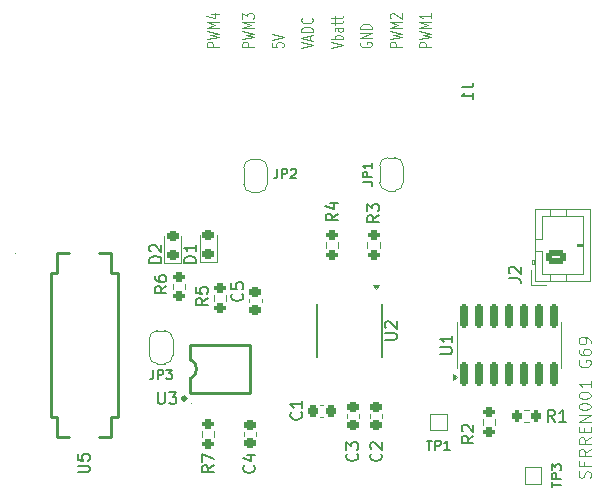
<source format=gbr>
%TF.GenerationSoftware,KiCad,Pcbnew,8.0.1*%
%TF.CreationDate,2024-04-21T22:45:41+02:00*%
%TF.ProjectId,PowerSubsystem2.0,506f7765-7253-4756-9273-797374656d32,v2*%
%TF.SameCoordinates,Original*%
%TF.FileFunction,Legend,Top*%
%TF.FilePolarity,Positive*%
%FSLAX46Y46*%
G04 Gerber Fmt 4.6, Leading zero omitted, Abs format (unit mm)*
G04 Created by KiCad (PCBNEW 8.0.1) date 2024-04-21 22:45:41*
%MOMM*%
%LPD*%
G01*
G04 APERTURE LIST*
G04 Aperture macros list*
%AMRoundRect*
0 Rectangle with rounded corners*
0 $1 Rounding radius*
0 $2 $3 $4 $5 $6 $7 $8 $9 X,Y pos of 4 corners*
0 Add a 4 corners polygon primitive as box body*
4,1,4,$2,$3,$4,$5,$6,$7,$8,$9,$2,$3,0*
0 Add four circle primitives for the rounded corners*
1,1,$1+$1,$2,$3*
1,1,$1+$1,$4,$5*
1,1,$1+$1,$6,$7*
1,1,$1+$1,$8,$9*
0 Add four rect primitives between the rounded corners*
20,1,$1+$1,$2,$3,$4,$5,0*
20,1,$1+$1,$4,$5,$6,$7,0*
20,1,$1+$1,$6,$7,$8,$9,0*
20,1,$1+$1,$8,$9,$2,$3,0*%
%AMFreePoly0*
4,1,19,0.000000,0.744911,0.071157,0.744911,0.207708,0.704816,0.327430,0.627875,0.420627,0.520320,0.479746,0.390866,0.500000,0.250000,0.500000,-0.250000,0.479746,-0.390866,0.420627,-0.520320,0.327430,-0.627875,0.207708,-0.704816,0.071157,-0.744911,0.000000,-0.744911,0.000000,-0.750000,-0.500000,-0.750000,-0.500000,0.750000,0.000000,0.750000,0.000000,0.744911,0.000000,0.744911,
$1*%
%AMFreePoly1*
4,1,19,0.500000,-0.750000,0.000000,-0.750000,0.000000,-0.744911,-0.071157,-0.744911,-0.207708,-0.704816,-0.327430,-0.627875,-0.420627,-0.520320,-0.479746,-0.390866,-0.500000,-0.250000,-0.500000,0.250000,-0.479746,0.390866,-0.420627,0.520320,-0.327430,0.627875,-0.207708,0.704816,-0.071157,0.744911,0.000000,0.744911,0.000000,0.750000,0.500000,0.750000,0.500000,-0.750000,0.500000,-0.750000,
$1*%
G04 Aperture macros list end*
%ADD10C,0.125000*%
%ADD11C,0.120000*%
%ADD12C,0.150000*%
%ADD13C,0.059995*%
%ADD14C,0.254000*%
%ADD15FreePoly0,90.000000*%
%ADD16FreePoly1,90.000000*%
%ADD17RoundRect,0.150000X0.150000X-0.825000X0.150000X0.825000X-0.150000X0.825000X-0.150000X-0.825000X0*%
%ADD18O,2.100000X1.200000*%
%ADD19O,1.200000X1.700000*%
%ADD20RoundRect,0.225000X-0.225000X-0.250000X0.225000X-0.250000X0.225000X0.250000X-0.225000X0.250000X0*%
%ADD21RoundRect,0.225000X-0.250000X0.225000X-0.250000X-0.225000X0.250000X-0.225000X0.250000X0.225000X0*%
%ADD22R,1.000000X1.000000*%
%ADD23RoundRect,0.200000X-0.275000X0.200000X-0.275000X-0.200000X0.275000X-0.200000X0.275000X0.200000X0*%
%ADD24RoundRect,0.200000X0.200000X0.275000X-0.200000X0.275000X-0.200000X-0.275000X0.200000X-0.275000X0*%
%ADD25R,0.895000X1.470000*%
%ADD26R,0.450000X1.050000*%
%ADD27R,3.300000X2.400000*%
%ADD28R,0.600000X1.200000*%
%ADD29RoundRect,0.225000X0.250000X-0.225000X0.250000X0.225000X-0.250000X0.225000X-0.250000X-0.225000X0*%
%ADD30RoundRect,0.218750X0.256250X-0.218750X0.256250X0.218750X-0.256250X0.218750X-0.256250X-0.218750X0*%
%ADD31O,1.750000X1.200000*%
%ADD32RoundRect,0.250000X0.625000X-0.350000X0.625000X0.350000X-0.625000X0.350000X-0.625000X-0.350000X0*%
%ADD33R,1.700000X1.700000*%
%ADD34O,1.700000X1.700000*%
G04 APERTURE END LIST*
D10*
X150323500Y-91727287D02*
X150371119Y-91584430D01*
X150371119Y-91584430D02*
X150371119Y-91346335D01*
X150371119Y-91346335D02*
X150323500Y-91251097D01*
X150323500Y-91251097D02*
X150275880Y-91203478D01*
X150275880Y-91203478D02*
X150180642Y-91155859D01*
X150180642Y-91155859D02*
X150085404Y-91155859D01*
X150085404Y-91155859D02*
X149990166Y-91203478D01*
X149990166Y-91203478D02*
X149942547Y-91251097D01*
X149942547Y-91251097D02*
X149894928Y-91346335D01*
X149894928Y-91346335D02*
X149847309Y-91536811D01*
X149847309Y-91536811D02*
X149799690Y-91632049D01*
X149799690Y-91632049D02*
X149752071Y-91679668D01*
X149752071Y-91679668D02*
X149656833Y-91727287D01*
X149656833Y-91727287D02*
X149561595Y-91727287D01*
X149561595Y-91727287D02*
X149466357Y-91679668D01*
X149466357Y-91679668D02*
X149418738Y-91632049D01*
X149418738Y-91632049D02*
X149371119Y-91536811D01*
X149371119Y-91536811D02*
X149371119Y-91298716D01*
X149371119Y-91298716D02*
X149418738Y-91155859D01*
X149847309Y-90393954D02*
X149847309Y-90727287D01*
X150371119Y-90727287D02*
X149371119Y-90727287D01*
X149371119Y-90727287D02*
X149371119Y-90251097D01*
X150371119Y-89298716D02*
X149894928Y-89632049D01*
X150371119Y-89870144D02*
X149371119Y-89870144D01*
X149371119Y-89870144D02*
X149371119Y-89489192D01*
X149371119Y-89489192D02*
X149418738Y-89393954D01*
X149418738Y-89393954D02*
X149466357Y-89346335D01*
X149466357Y-89346335D02*
X149561595Y-89298716D01*
X149561595Y-89298716D02*
X149704452Y-89298716D01*
X149704452Y-89298716D02*
X149799690Y-89346335D01*
X149799690Y-89346335D02*
X149847309Y-89393954D01*
X149847309Y-89393954D02*
X149894928Y-89489192D01*
X149894928Y-89489192D02*
X149894928Y-89870144D01*
X150371119Y-88298716D02*
X149894928Y-88632049D01*
X150371119Y-88870144D02*
X149371119Y-88870144D01*
X149371119Y-88870144D02*
X149371119Y-88489192D01*
X149371119Y-88489192D02*
X149418738Y-88393954D01*
X149418738Y-88393954D02*
X149466357Y-88346335D01*
X149466357Y-88346335D02*
X149561595Y-88298716D01*
X149561595Y-88298716D02*
X149704452Y-88298716D01*
X149704452Y-88298716D02*
X149799690Y-88346335D01*
X149799690Y-88346335D02*
X149847309Y-88393954D01*
X149847309Y-88393954D02*
X149894928Y-88489192D01*
X149894928Y-88489192D02*
X149894928Y-88870144D01*
X149847309Y-87870144D02*
X149847309Y-87536811D01*
X150371119Y-87393954D02*
X150371119Y-87870144D01*
X150371119Y-87870144D02*
X149371119Y-87870144D01*
X149371119Y-87870144D02*
X149371119Y-87393954D01*
X150371119Y-86965382D02*
X149371119Y-86965382D01*
X149371119Y-86965382D02*
X150371119Y-86393954D01*
X150371119Y-86393954D02*
X149371119Y-86393954D01*
X149371119Y-85727287D02*
X149371119Y-85632049D01*
X149371119Y-85632049D02*
X149418738Y-85536811D01*
X149418738Y-85536811D02*
X149466357Y-85489192D01*
X149466357Y-85489192D02*
X149561595Y-85441573D01*
X149561595Y-85441573D02*
X149752071Y-85393954D01*
X149752071Y-85393954D02*
X149990166Y-85393954D01*
X149990166Y-85393954D02*
X150180642Y-85441573D01*
X150180642Y-85441573D02*
X150275880Y-85489192D01*
X150275880Y-85489192D02*
X150323500Y-85536811D01*
X150323500Y-85536811D02*
X150371119Y-85632049D01*
X150371119Y-85632049D02*
X150371119Y-85727287D01*
X150371119Y-85727287D02*
X150323500Y-85822525D01*
X150323500Y-85822525D02*
X150275880Y-85870144D01*
X150275880Y-85870144D02*
X150180642Y-85917763D01*
X150180642Y-85917763D02*
X149990166Y-85965382D01*
X149990166Y-85965382D02*
X149752071Y-85965382D01*
X149752071Y-85965382D02*
X149561595Y-85917763D01*
X149561595Y-85917763D02*
X149466357Y-85870144D01*
X149466357Y-85870144D02*
X149418738Y-85822525D01*
X149418738Y-85822525D02*
X149371119Y-85727287D01*
X149371119Y-84774906D02*
X149371119Y-84679668D01*
X149371119Y-84679668D02*
X149418738Y-84584430D01*
X149418738Y-84584430D02*
X149466357Y-84536811D01*
X149466357Y-84536811D02*
X149561595Y-84489192D01*
X149561595Y-84489192D02*
X149752071Y-84441573D01*
X149752071Y-84441573D02*
X149990166Y-84441573D01*
X149990166Y-84441573D02*
X150180642Y-84489192D01*
X150180642Y-84489192D02*
X150275880Y-84536811D01*
X150275880Y-84536811D02*
X150323500Y-84584430D01*
X150323500Y-84584430D02*
X150371119Y-84679668D01*
X150371119Y-84679668D02*
X150371119Y-84774906D01*
X150371119Y-84774906D02*
X150323500Y-84870144D01*
X150323500Y-84870144D02*
X150275880Y-84917763D01*
X150275880Y-84917763D02*
X150180642Y-84965382D01*
X150180642Y-84965382D02*
X149990166Y-85013001D01*
X149990166Y-85013001D02*
X149752071Y-85013001D01*
X149752071Y-85013001D02*
X149561595Y-84965382D01*
X149561595Y-84965382D02*
X149466357Y-84917763D01*
X149466357Y-84917763D02*
X149418738Y-84870144D01*
X149418738Y-84870144D02*
X149371119Y-84774906D01*
X150371119Y-83489192D02*
X150371119Y-84060620D01*
X150371119Y-83774906D02*
X149371119Y-83774906D01*
X149371119Y-83774906D02*
X149513976Y-83870144D01*
X149513976Y-83870144D02*
X149609214Y-83965382D01*
X149609214Y-83965382D02*
X149656833Y-84060620D01*
X149418738Y-81774906D02*
X149371119Y-81870144D01*
X149371119Y-81870144D02*
X149371119Y-82013001D01*
X149371119Y-82013001D02*
X149418738Y-82155858D01*
X149418738Y-82155858D02*
X149513976Y-82251096D01*
X149513976Y-82251096D02*
X149609214Y-82298715D01*
X149609214Y-82298715D02*
X149799690Y-82346334D01*
X149799690Y-82346334D02*
X149942547Y-82346334D01*
X149942547Y-82346334D02*
X150133023Y-82298715D01*
X150133023Y-82298715D02*
X150228261Y-82251096D01*
X150228261Y-82251096D02*
X150323500Y-82155858D01*
X150323500Y-82155858D02*
X150371119Y-82013001D01*
X150371119Y-82013001D02*
X150371119Y-81917763D01*
X150371119Y-81917763D02*
X150323500Y-81774906D01*
X150323500Y-81774906D02*
X150275880Y-81727287D01*
X150275880Y-81727287D02*
X149942547Y-81727287D01*
X149942547Y-81727287D02*
X149942547Y-81917763D01*
X149371119Y-80870144D02*
X149371119Y-81060620D01*
X149371119Y-81060620D02*
X149418738Y-81155858D01*
X149418738Y-81155858D02*
X149466357Y-81203477D01*
X149466357Y-81203477D02*
X149609214Y-81298715D01*
X149609214Y-81298715D02*
X149799690Y-81346334D01*
X149799690Y-81346334D02*
X150180642Y-81346334D01*
X150180642Y-81346334D02*
X150275880Y-81298715D01*
X150275880Y-81298715D02*
X150323500Y-81251096D01*
X150323500Y-81251096D02*
X150371119Y-81155858D01*
X150371119Y-81155858D02*
X150371119Y-80965382D01*
X150371119Y-80965382D02*
X150323500Y-80870144D01*
X150323500Y-80870144D02*
X150275880Y-80822525D01*
X150275880Y-80822525D02*
X150180642Y-80774906D01*
X150180642Y-80774906D02*
X149942547Y-80774906D01*
X149942547Y-80774906D02*
X149847309Y-80822525D01*
X149847309Y-80822525D02*
X149799690Y-80870144D01*
X149799690Y-80870144D02*
X149752071Y-80965382D01*
X149752071Y-80965382D02*
X149752071Y-81155858D01*
X149752071Y-81155858D02*
X149799690Y-81251096D01*
X149799690Y-81251096D02*
X149847309Y-81298715D01*
X149847309Y-81298715D02*
X149942547Y-81346334D01*
X150371119Y-80298715D02*
X150371119Y-80108239D01*
X150371119Y-80108239D02*
X150323500Y-80013001D01*
X150323500Y-80013001D02*
X150275880Y-79965382D01*
X150275880Y-79965382D02*
X150133023Y-79870144D01*
X150133023Y-79870144D02*
X149942547Y-79822525D01*
X149942547Y-79822525D02*
X149561595Y-79822525D01*
X149561595Y-79822525D02*
X149466357Y-79870144D01*
X149466357Y-79870144D02*
X149418738Y-79917763D01*
X149418738Y-79917763D02*
X149371119Y-80013001D01*
X149371119Y-80013001D02*
X149371119Y-80203477D01*
X149371119Y-80203477D02*
X149418738Y-80298715D01*
X149418738Y-80298715D02*
X149466357Y-80346334D01*
X149466357Y-80346334D02*
X149561595Y-80393953D01*
X149561595Y-80393953D02*
X149799690Y-80393953D01*
X149799690Y-80393953D02*
X149894928Y-80346334D01*
X149894928Y-80346334D02*
X149942547Y-80298715D01*
X149942547Y-80298715D02*
X149990166Y-80203477D01*
X149990166Y-80203477D02*
X149990166Y-80013001D01*
X149990166Y-80013001D02*
X149942547Y-79917763D01*
X149942547Y-79917763D02*
X149894928Y-79870144D01*
X149894928Y-79870144D02*
X149799690Y-79822525D01*
D11*
X130890517Y-54849216D02*
X130842898Y-54920645D01*
X130842898Y-54920645D02*
X130842898Y-55027787D01*
X130842898Y-55027787D02*
X130890517Y-55134930D01*
X130890517Y-55134930D02*
X130985755Y-55206359D01*
X130985755Y-55206359D02*
X131080993Y-55242073D01*
X131080993Y-55242073D02*
X131271469Y-55277787D01*
X131271469Y-55277787D02*
X131414326Y-55277787D01*
X131414326Y-55277787D02*
X131604802Y-55242073D01*
X131604802Y-55242073D02*
X131700040Y-55206359D01*
X131700040Y-55206359D02*
X131795279Y-55134930D01*
X131795279Y-55134930D02*
X131842898Y-55027787D01*
X131842898Y-55027787D02*
X131842898Y-54956359D01*
X131842898Y-54956359D02*
X131795279Y-54849216D01*
X131795279Y-54849216D02*
X131747659Y-54813502D01*
X131747659Y-54813502D02*
X131414326Y-54813502D01*
X131414326Y-54813502D02*
X131414326Y-54956359D01*
X131842898Y-54492073D02*
X130842898Y-54492073D01*
X130842898Y-54492073D02*
X131842898Y-54063502D01*
X131842898Y-54063502D02*
X130842898Y-54063502D01*
X131842898Y-53706359D02*
X130842898Y-53706359D01*
X130842898Y-53706359D02*
X130842898Y-53527788D01*
X130842898Y-53527788D02*
X130890517Y-53420645D01*
X130890517Y-53420645D02*
X130985755Y-53349216D01*
X130985755Y-53349216D02*
X131080993Y-53313502D01*
X131080993Y-53313502D02*
X131271469Y-53277788D01*
X131271469Y-53277788D02*
X131414326Y-53277788D01*
X131414326Y-53277788D02*
X131604802Y-53313502D01*
X131604802Y-53313502D02*
X131700040Y-53349216D01*
X131700040Y-53349216D02*
X131795279Y-53420645D01*
X131795279Y-53420645D02*
X131842898Y-53527788D01*
X131842898Y-53527788D02*
X131842898Y-53706359D01*
X128371379Y-55349624D02*
X129371379Y-55099624D01*
X129371379Y-55099624D02*
X128371379Y-54849624D01*
X129371379Y-54599624D02*
X128371379Y-54599624D01*
X128752331Y-54599624D02*
X128704712Y-54528196D01*
X128704712Y-54528196D02*
X128704712Y-54385338D01*
X128704712Y-54385338D02*
X128752331Y-54313910D01*
X128752331Y-54313910D02*
X128799950Y-54278196D01*
X128799950Y-54278196D02*
X128895188Y-54242481D01*
X128895188Y-54242481D02*
X129180902Y-54242481D01*
X129180902Y-54242481D02*
X129276140Y-54278196D01*
X129276140Y-54278196D02*
X129323760Y-54313910D01*
X129323760Y-54313910D02*
X129371379Y-54385338D01*
X129371379Y-54385338D02*
X129371379Y-54528196D01*
X129371379Y-54528196D02*
X129323760Y-54599624D01*
X129371379Y-53599625D02*
X128847569Y-53599625D01*
X128847569Y-53599625D02*
X128752331Y-53635339D01*
X128752331Y-53635339D02*
X128704712Y-53706767D01*
X128704712Y-53706767D02*
X128704712Y-53849625D01*
X128704712Y-53849625D02*
X128752331Y-53921053D01*
X129323760Y-53599625D02*
X129371379Y-53671053D01*
X129371379Y-53671053D02*
X129371379Y-53849625D01*
X129371379Y-53849625D02*
X129323760Y-53921053D01*
X129323760Y-53921053D02*
X129228521Y-53956767D01*
X129228521Y-53956767D02*
X129133283Y-53956767D01*
X129133283Y-53956767D02*
X129038045Y-53921053D01*
X129038045Y-53921053D02*
X128990426Y-53849625D01*
X128990426Y-53849625D02*
X128990426Y-53671053D01*
X128990426Y-53671053D02*
X128942807Y-53599625D01*
X128704712Y-53349625D02*
X128704712Y-53063911D01*
X128371379Y-53242482D02*
X129228521Y-53242482D01*
X129228521Y-53242482D02*
X129323760Y-53206768D01*
X129323760Y-53206768D02*
X129371379Y-53135339D01*
X129371379Y-53135339D02*
X129371379Y-53063911D01*
X128704712Y-52921054D02*
X128704712Y-52635340D01*
X128371379Y-52813911D02*
X129228521Y-52813911D01*
X129228521Y-52813911D02*
X129323760Y-52778197D01*
X129323760Y-52778197D02*
X129371379Y-52706768D01*
X129371379Y-52706768D02*
X129371379Y-52635340D01*
X125871379Y-55349624D02*
X126871379Y-55099624D01*
X126871379Y-55099624D02*
X125871379Y-54849624D01*
X126585664Y-54635338D02*
X126585664Y-54278196D01*
X126871379Y-54706767D02*
X125871379Y-54456767D01*
X125871379Y-54456767D02*
X126871379Y-54206767D01*
X126871379Y-53956767D02*
X125871379Y-53956767D01*
X125871379Y-53956767D02*
X125871379Y-53778196D01*
X125871379Y-53778196D02*
X125918998Y-53671053D01*
X125918998Y-53671053D02*
X126014236Y-53599624D01*
X126014236Y-53599624D02*
X126109474Y-53563910D01*
X126109474Y-53563910D02*
X126299950Y-53528196D01*
X126299950Y-53528196D02*
X126442807Y-53528196D01*
X126442807Y-53528196D02*
X126633283Y-53563910D01*
X126633283Y-53563910D02*
X126728521Y-53599624D01*
X126728521Y-53599624D02*
X126823760Y-53671053D01*
X126823760Y-53671053D02*
X126871379Y-53778196D01*
X126871379Y-53778196D02*
X126871379Y-53956767D01*
X126776140Y-52778196D02*
X126823760Y-52813910D01*
X126823760Y-52813910D02*
X126871379Y-52921053D01*
X126871379Y-52921053D02*
X126871379Y-52992481D01*
X126871379Y-52992481D02*
X126823760Y-53099624D01*
X126823760Y-53099624D02*
X126728521Y-53171053D01*
X126728521Y-53171053D02*
X126633283Y-53206767D01*
X126633283Y-53206767D02*
X126442807Y-53242481D01*
X126442807Y-53242481D02*
X126299950Y-53242481D01*
X126299950Y-53242481D02*
X126109474Y-53206767D01*
X126109474Y-53206767D02*
X126014236Y-53171053D01*
X126014236Y-53171053D02*
X125918998Y-53099624D01*
X125918998Y-53099624D02*
X125871379Y-52992481D01*
X125871379Y-52992481D02*
X125871379Y-52921053D01*
X125871379Y-52921053D02*
X125918998Y-52813910D01*
X125918998Y-52813910D02*
X125966617Y-52778196D01*
X123371379Y-54885338D02*
X123371379Y-55242481D01*
X123371379Y-55242481D02*
X123847569Y-55278195D01*
X123847569Y-55278195D02*
X123799950Y-55242481D01*
X123799950Y-55242481D02*
X123752331Y-55171053D01*
X123752331Y-55171053D02*
X123752331Y-54992481D01*
X123752331Y-54992481D02*
X123799950Y-54921053D01*
X123799950Y-54921053D02*
X123847569Y-54885338D01*
X123847569Y-54885338D02*
X123942807Y-54849624D01*
X123942807Y-54849624D02*
X124180902Y-54849624D01*
X124180902Y-54849624D02*
X124276140Y-54885338D01*
X124276140Y-54885338D02*
X124323760Y-54921053D01*
X124323760Y-54921053D02*
X124371379Y-54992481D01*
X124371379Y-54992481D02*
X124371379Y-55171053D01*
X124371379Y-55171053D02*
X124323760Y-55242481D01*
X124323760Y-55242481D02*
X124276140Y-55278195D01*
X123371379Y-54635338D02*
X124371379Y-54385338D01*
X124371379Y-54385338D02*
X123371379Y-54135338D01*
X136871379Y-55242481D02*
X135871379Y-55242481D01*
X135871379Y-55242481D02*
X135871379Y-54956767D01*
X135871379Y-54956767D02*
X135918998Y-54885338D01*
X135918998Y-54885338D02*
X135966617Y-54849624D01*
X135966617Y-54849624D02*
X136061855Y-54813910D01*
X136061855Y-54813910D02*
X136204712Y-54813910D01*
X136204712Y-54813910D02*
X136299950Y-54849624D01*
X136299950Y-54849624D02*
X136347569Y-54885338D01*
X136347569Y-54885338D02*
X136395188Y-54956767D01*
X136395188Y-54956767D02*
X136395188Y-55242481D01*
X135871379Y-54563910D02*
X136871379Y-54385338D01*
X136871379Y-54385338D02*
X136157093Y-54242481D01*
X136157093Y-54242481D02*
X136871379Y-54099624D01*
X136871379Y-54099624D02*
X135871379Y-53921053D01*
X136871379Y-53635338D02*
X135871379Y-53635338D01*
X135871379Y-53635338D02*
X136585664Y-53385338D01*
X136585664Y-53385338D02*
X135871379Y-53135338D01*
X135871379Y-53135338D02*
X136871379Y-53135338D01*
X136871379Y-52385338D02*
X136871379Y-52813909D01*
X136871379Y-52599624D02*
X135871379Y-52599624D01*
X135871379Y-52599624D02*
X136014236Y-52671052D01*
X136014236Y-52671052D02*
X136109474Y-52742481D01*
X136109474Y-52742481D02*
X136157093Y-52813909D01*
X134371379Y-55242481D02*
X133371379Y-55242481D01*
X133371379Y-55242481D02*
X133371379Y-54956767D01*
X133371379Y-54956767D02*
X133418998Y-54885338D01*
X133418998Y-54885338D02*
X133466617Y-54849624D01*
X133466617Y-54849624D02*
X133561855Y-54813910D01*
X133561855Y-54813910D02*
X133704712Y-54813910D01*
X133704712Y-54813910D02*
X133799950Y-54849624D01*
X133799950Y-54849624D02*
X133847569Y-54885338D01*
X133847569Y-54885338D02*
X133895188Y-54956767D01*
X133895188Y-54956767D02*
X133895188Y-55242481D01*
X133371379Y-54563910D02*
X134371379Y-54385338D01*
X134371379Y-54385338D02*
X133657093Y-54242481D01*
X133657093Y-54242481D02*
X134371379Y-54099624D01*
X134371379Y-54099624D02*
X133371379Y-53921053D01*
X134371379Y-53635338D02*
X133371379Y-53635338D01*
X133371379Y-53635338D02*
X134085664Y-53385338D01*
X134085664Y-53385338D02*
X133371379Y-53135338D01*
X133371379Y-53135338D02*
X134371379Y-53135338D01*
X133466617Y-52813909D02*
X133418998Y-52778195D01*
X133418998Y-52778195D02*
X133371379Y-52706767D01*
X133371379Y-52706767D02*
X133371379Y-52528195D01*
X133371379Y-52528195D02*
X133418998Y-52456767D01*
X133418998Y-52456767D02*
X133466617Y-52421052D01*
X133466617Y-52421052D02*
X133561855Y-52385338D01*
X133561855Y-52385338D02*
X133657093Y-52385338D01*
X133657093Y-52385338D02*
X133799950Y-52421052D01*
X133799950Y-52421052D02*
X134371379Y-52849624D01*
X134371379Y-52849624D02*
X134371379Y-52385338D01*
X121871379Y-55242481D02*
X120871379Y-55242481D01*
X120871379Y-55242481D02*
X120871379Y-54956767D01*
X120871379Y-54956767D02*
X120918998Y-54885338D01*
X120918998Y-54885338D02*
X120966617Y-54849624D01*
X120966617Y-54849624D02*
X121061855Y-54813910D01*
X121061855Y-54813910D02*
X121204712Y-54813910D01*
X121204712Y-54813910D02*
X121299950Y-54849624D01*
X121299950Y-54849624D02*
X121347569Y-54885338D01*
X121347569Y-54885338D02*
X121395188Y-54956767D01*
X121395188Y-54956767D02*
X121395188Y-55242481D01*
X120871379Y-54563910D02*
X121871379Y-54385338D01*
X121871379Y-54385338D02*
X121157093Y-54242481D01*
X121157093Y-54242481D02*
X121871379Y-54099624D01*
X121871379Y-54099624D02*
X120871379Y-53921053D01*
X121871379Y-53635338D02*
X120871379Y-53635338D01*
X120871379Y-53635338D02*
X121585664Y-53385338D01*
X121585664Y-53385338D02*
X120871379Y-53135338D01*
X120871379Y-53135338D02*
X121871379Y-53135338D01*
X120871379Y-52849624D02*
X120871379Y-52385338D01*
X120871379Y-52385338D02*
X121252331Y-52635338D01*
X121252331Y-52635338D02*
X121252331Y-52528195D01*
X121252331Y-52528195D02*
X121299950Y-52456767D01*
X121299950Y-52456767D02*
X121347569Y-52421052D01*
X121347569Y-52421052D02*
X121442807Y-52385338D01*
X121442807Y-52385338D02*
X121680902Y-52385338D01*
X121680902Y-52385338D02*
X121776140Y-52421052D01*
X121776140Y-52421052D02*
X121823760Y-52456767D01*
X121823760Y-52456767D02*
X121871379Y-52528195D01*
X121871379Y-52528195D02*
X121871379Y-52742481D01*
X121871379Y-52742481D02*
X121823760Y-52813909D01*
X121823760Y-52813909D02*
X121776140Y-52849624D01*
X118871379Y-55242481D02*
X117871379Y-55242481D01*
X117871379Y-55242481D02*
X117871379Y-54956767D01*
X117871379Y-54956767D02*
X117918998Y-54885338D01*
X117918998Y-54885338D02*
X117966617Y-54849624D01*
X117966617Y-54849624D02*
X118061855Y-54813910D01*
X118061855Y-54813910D02*
X118204712Y-54813910D01*
X118204712Y-54813910D02*
X118299950Y-54849624D01*
X118299950Y-54849624D02*
X118347569Y-54885338D01*
X118347569Y-54885338D02*
X118395188Y-54956767D01*
X118395188Y-54956767D02*
X118395188Y-55242481D01*
X117871379Y-54563910D02*
X118871379Y-54385338D01*
X118871379Y-54385338D02*
X118157093Y-54242481D01*
X118157093Y-54242481D02*
X118871379Y-54099624D01*
X118871379Y-54099624D02*
X117871379Y-53921053D01*
X118871379Y-53635338D02*
X117871379Y-53635338D01*
X117871379Y-53635338D02*
X118585664Y-53385338D01*
X118585664Y-53385338D02*
X117871379Y-53135338D01*
X117871379Y-53135338D02*
X118871379Y-53135338D01*
X118204712Y-52456767D02*
X118871379Y-52456767D01*
X117823760Y-52635338D02*
X118538045Y-52813909D01*
X118538045Y-52813909D02*
X118538045Y-52349624D01*
D12*
X113333333Y-82562295D02*
X113333333Y-83133723D01*
X113333333Y-83133723D02*
X113295238Y-83248009D01*
X113295238Y-83248009D02*
X113219047Y-83324200D01*
X113219047Y-83324200D02*
X113104762Y-83362295D01*
X113104762Y-83362295D02*
X113028571Y-83362295D01*
X113714286Y-83362295D02*
X113714286Y-82562295D01*
X113714286Y-82562295D02*
X114019048Y-82562295D01*
X114019048Y-82562295D02*
X114095238Y-82600390D01*
X114095238Y-82600390D02*
X114133333Y-82638485D01*
X114133333Y-82638485D02*
X114171429Y-82714676D01*
X114171429Y-82714676D02*
X114171429Y-82828961D01*
X114171429Y-82828961D02*
X114133333Y-82905152D01*
X114133333Y-82905152D02*
X114095238Y-82943247D01*
X114095238Y-82943247D02*
X114019048Y-82981342D01*
X114019048Y-82981342D02*
X113714286Y-82981342D01*
X114438095Y-82562295D02*
X114933333Y-82562295D01*
X114933333Y-82562295D02*
X114666667Y-82867057D01*
X114666667Y-82867057D02*
X114780952Y-82867057D01*
X114780952Y-82867057D02*
X114857143Y-82905152D01*
X114857143Y-82905152D02*
X114895238Y-82943247D01*
X114895238Y-82943247D02*
X114933333Y-83019438D01*
X114933333Y-83019438D02*
X114933333Y-83209914D01*
X114933333Y-83209914D02*
X114895238Y-83286104D01*
X114895238Y-83286104D02*
X114857143Y-83324200D01*
X114857143Y-83324200D02*
X114780952Y-83362295D01*
X114780952Y-83362295D02*
X114552381Y-83362295D01*
X114552381Y-83362295D02*
X114476190Y-83324200D01*
X114476190Y-83324200D02*
X114438095Y-83286104D01*
X123833333Y-65562295D02*
X123833333Y-66133723D01*
X123833333Y-66133723D02*
X123795238Y-66248009D01*
X123795238Y-66248009D02*
X123719047Y-66324200D01*
X123719047Y-66324200D02*
X123604762Y-66362295D01*
X123604762Y-66362295D02*
X123528571Y-66362295D01*
X124214286Y-66362295D02*
X124214286Y-65562295D01*
X124214286Y-65562295D02*
X124519048Y-65562295D01*
X124519048Y-65562295D02*
X124595238Y-65600390D01*
X124595238Y-65600390D02*
X124633333Y-65638485D01*
X124633333Y-65638485D02*
X124671429Y-65714676D01*
X124671429Y-65714676D02*
X124671429Y-65828961D01*
X124671429Y-65828961D02*
X124633333Y-65905152D01*
X124633333Y-65905152D02*
X124595238Y-65943247D01*
X124595238Y-65943247D02*
X124519048Y-65981342D01*
X124519048Y-65981342D02*
X124214286Y-65981342D01*
X124976190Y-65638485D02*
X125014286Y-65600390D01*
X125014286Y-65600390D02*
X125090476Y-65562295D01*
X125090476Y-65562295D02*
X125280952Y-65562295D01*
X125280952Y-65562295D02*
X125357143Y-65600390D01*
X125357143Y-65600390D02*
X125395238Y-65638485D01*
X125395238Y-65638485D02*
X125433333Y-65714676D01*
X125433333Y-65714676D02*
X125433333Y-65790866D01*
X125433333Y-65790866D02*
X125395238Y-65905152D01*
X125395238Y-65905152D02*
X124938095Y-66362295D01*
X124938095Y-66362295D02*
X125433333Y-66362295D01*
X131062295Y-66666666D02*
X131633723Y-66666666D01*
X131633723Y-66666666D02*
X131748009Y-66704761D01*
X131748009Y-66704761D02*
X131824200Y-66780952D01*
X131824200Y-66780952D02*
X131862295Y-66895237D01*
X131862295Y-66895237D02*
X131862295Y-66971428D01*
X131862295Y-66285713D02*
X131062295Y-66285713D01*
X131062295Y-66285713D02*
X131062295Y-65980951D01*
X131062295Y-65980951D02*
X131100390Y-65904761D01*
X131100390Y-65904761D02*
X131138485Y-65866666D01*
X131138485Y-65866666D02*
X131214676Y-65828570D01*
X131214676Y-65828570D02*
X131328961Y-65828570D01*
X131328961Y-65828570D02*
X131405152Y-65866666D01*
X131405152Y-65866666D02*
X131443247Y-65904761D01*
X131443247Y-65904761D02*
X131481342Y-65980951D01*
X131481342Y-65980951D02*
X131481342Y-66285713D01*
X131862295Y-65066666D02*
X131862295Y-65523809D01*
X131862295Y-65295237D02*
X131062295Y-65295237D01*
X131062295Y-65295237D02*
X131176580Y-65371428D01*
X131176580Y-65371428D02*
X131252771Y-65447618D01*
X131252771Y-65447618D02*
X131290866Y-65523809D01*
X137634819Y-81236904D02*
X138444342Y-81236904D01*
X138444342Y-81236904D02*
X138539580Y-81189285D01*
X138539580Y-81189285D02*
X138587200Y-81141666D01*
X138587200Y-81141666D02*
X138634819Y-81046428D01*
X138634819Y-81046428D02*
X138634819Y-80855952D01*
X138634819Y-80855952D02*
X138587200Y-80760714D01*
X138587200Y-80760714D02*
X138539580Y-80713095D01*
X138539580Y-80713095D02*
X138444342Y-80665476D01*
X138444342Y-80665476D02*
X137634819Y-80665476D01*
X138634819Y-79665476D02*
X138634819Y-80236904D01*
X138634819Y-79951190D02*
X137634819Y-79951190D01*
X137634819Y-79951190D02*
X137777676Y-80046428D01*
X137777676Y-80046428D02*
X137872914Y-80141666D01*
X137872914Y-80141666D02*
X137920533Y-80236904D01*
X106954819Y-91261904D02*
X107764342Y-91261904D01*
X107764342Y-91261904D02*
X107859580Y-91214285D01*
X107859580Y-91214285D02*
X107907200Y-91166666D01*
X107907200Y-91166666D02*
X107954819Y-91071428D01*
X107954819Y-91071428D02*
X107954819Y-90880952D01*
X107954819Y-90880952D02*
X107907200Y-90785714D01*
X107907200Y-90785714D02*
X107859580Y-90738095D01*
X107859580Y-90738095D02*
X107764342Y-90690476D01*
X107764342Y-90690476D02*
X106954819Y-90690476D01*
X106954819Y-89738095D02*
X106954819Y-90214285D01*
X106954819Y-90214285D02*
X107431009Y-90261904D01*
X107431009Y-90261904D02*
X107383390Y-90214285D01*
X107383390Y-90214285D02*
X107335771Y-90119047D01*
X107335771Y-90119047D02*
X107335771Y-89880952D01*
X107335771Y-89880952D02*
X107383390Y-89785714D01*
X107383390Y-89785714D02*
X107431009Y-89738095D01*
X107431009Y-89738095D02*
X107526247Y-89690476D01*
X107526247Y-89690476D02*
X107764342Y-89690476D01*
X107764342Y-89690476D02*
X107859580Y-89738095D01*
X107859580Y-89738095D02*
X107907200Y-89785714D01*
X107907200Y-89785714D02*
X107954819Y-89880952D01*
X107954819Y-89880952D02*
X107954819Y-90119047D01*
X107954819Y-90119047D02*
X107907200Y-90214285D01*
X107907200Y-90214285D02*
X107859580Y-90261904D01*
X125859580Y-86166666D02*
X125907200Y-86214285D01*
X125907200Y-86214285D02*
X125954819Y-86357142D01*
X125954819Y-86357142D02*
X125954819Y-86452380D01*
X125954819Y-86452380D02*
X125907200Y-86595237D01*
X125907200Y-86595237D02*
X125811961Y-86690475D01*
X125811961Y-86690475D02*
X125716723Y-86738094D01*
X125716723Y-86738094D02*
X125526247Y-86785713D01*
X125526247Y-86785713D02*
X125383390Y-86785713D01*
X125383390Y-86785713D02*
X125192914Y-86738094D01*
X125192914Y-86738094D02*
X125097676Y-86690475D01*
X125097676Y-86690475D02*
X125002438Y-86595237D01*
X125002438Y-86595237D02*
X124954819Y-86452380D01*
X124954819Y-86452380D02*
X124954819Y-86357142D01*
X124954819Y-86357142D02*
X125002438Y-86214285D01*
X125002438Y-86214285D02*
X125050057Y-86166666D01*
X125954819Y-85214285D02*
X125954819Y-85785713D01*
X125954819Y-85499999D02*
X124954819Y-85499999D01*
X124954819Y-85499999D02*
X125097676Y-85595237D01*
X125097676Y-85595237D02*
X125192914Y-85690475D01*
X125192914Y-85690475D02*
X125240533Y-85785713D01*
X132597080Y-89656666D02*
X132644700Y-89704285D01*
X132644700Y-89704285D02*
X132692319Y-89847142D01*
X132692319Y-89847142D02*
X132692319Y-89942380D01*
X132692319Y-89942380D02*
X132644700Y-90085237D01*
X132644700Y-90085237D02*
X132549461Y-90180475D01*
X132549461Y-90180475D02*
X132454223Y-90228094D01*
X132454223Y-90228094D02*
X132263747Y-90275713D01*
X132263747Y-90275713D02*
X132120890Y-90275713D01*
X132120890Y-90275713D02*
X131930414Y-90228094D01*
X131930414Y-90228094D02*
X131835176Y-90180475D01*
X131835176Y-90180475D02*
X131739938Y-90085237D01*
X131739938Y-90085237D02*
X131692319Y-89942380D01*
X131692319Y-89942380D02*
X131692319Y-89847142D01*
X131692319Y-89847142D02*
X131739938Y-89704285D01*
X131739938Y-89704285D02*
X131787557Y-89656666D01*
X131787557Y-89275713D02*
X131739938Y-89228094D01*
X131739938Y-89228094D02*
X131692319Y-89132856D01*
X131692319Y-89132856D02*
X131692319Y-88894761D01*
X131692319Y-88894761D02*
X131739938Y-88799523D01*
X131739938Y-88799523D02*
X131787557Y-88751904D01*
X131787557Y-88751904D02*
X131882795Y-88704285D01*
X131882795Y-88704285D02*
X131978033Y-88704285D01*
X131978033Y-88704285D02*
X132120890Y-88751904D01*
X132120890Y-88751904D02*
X132692319Y-89323332D01*
X132692319Y-89323332D02*
X132692319Y-88704285D01*
X121859580Y-90666666D02*
X121907200Y-90714285D01*
X121907200Y-90714285D02*
X121954819Y-90857142D01*
X121954819Y-90857142D02*
X121954819Y-90952380D01*
X121954819Y-90952380D02*
X121907200Y-91095237D01*
X121907200Y-91095237D02*
X121811961Y-91190475D01*
X121811961Y-91190475D02*
X121716723Y-91238094D01*
X121716723Y-91238094D02*
X121526247Y-91285713D01*
X121526247Y-91285713D02*
X121383390Y-91285713D01*
X121383390Y-91285713D02*
X121192914Y-91238094D01*
X121192914Y-91238094D02*
X121097676Y-91190475D01*
X121097676Y-91190475D02*
X121002438Y-91095237D01*
X121002438Y-91095237D02*
X120954819Y-90952380D01*
X120954819Y-90952380D02*
X120954819Y-90857142D01*
X120954819Y-90857142D02*
X121002438Y-90714285D01*
X121002438Y-90714285D02*
X121050057Y-90666666D01*
X121288152Y-89809523D02*
X121954819Y-89809523D01*
X120907200Y-90047618D02*
X121621485Y-90285713D01*
X121621485Y-90285713D02*
X121621485Y-89666666D01*
X147062295Y-92509523D02*
X147062295Y-92052380D01*
X147862295Y-92280952D02*
X147062295Y-92280952D01*
X147862295Y-91785713D02*
X147062295Y-91785713D01*
X147062295Y-91785713D02*
X147062295Y-91480951D01*
X147062295Y-91480951D02*
X147100390Y-91404761D01*
X147100390Y-91404761D02*
X147138485Y-91366666D01*
X147138485Y-91366666D02*
X147214676Y-91328570D01*
X147214676Y-91328570D02*
X147328961Y-91328570D01*
X147328961Y-91328570D02*
X147405152Y-91366666D01*
X147405152Y-91366666D02*
X147443247Y-91404761D01*
X147443247Y-91404761D02*
X147481342Y-91480951D01*
X147481342Y-91480951D02*
X147481342Y-91785713D01*
X147062295Y-91061904D02*
X147062295Y-90566666D01*
X147062295Y-90566666D02*
X147367057Y-90833332D01*
X147367057Y-90833332D02*
X147367057Y-90719047D01*
X147367057Y-90719047D02*
X147405152Y-90642856D01*
X147405152Y-90642856D02*
X147443247Y-90604761D01*
X147443247Y-90604761D02*
X147519438Y-90566666D01*
X147519438Y-90566666D02*
X147709914Y-90566666D01*
X147709914Y-90566666D02*
X147786104Y-90604761D01*
X147786104Y-90604761D02*
X147824200Y-90642856D01*
X147824200Y-90642856D02*
X147862295Y-90719047D01*
X147862295Y-90719047D02*
X147862295Y-90947618D01*
X147862295Y-90947618D02*
X147824200Y-91023809D01*
X147824200Y-91023809D02*
X147786104Y-91061904D01*
X132454819Y-69491666D02*
X131978628Y-69824999D01*
X132454819Y-70063094D02*
X131454819Y-70063094D01*
X131454819Y-70063094D02*
X131454819Y-69682142D01*
X131454819Y-69682142D02*
X131502438Y-69586904D01*
X131502438Y-69586904D02*
X131550057Y-69539285D01*
X131550057Y-69539285D02*
X131645295Y-69491666D01*
X131645295Y-69491666D02*
X131788152Y-69491666D01*
X131788152Y-69491666D02*
X131883390Y-69539285D01*
X131883390Y-69539285D02*
X131931009Y-69586904D01*
X131931009Y-69586904D02*
X131978628Y-69682142D01*
X131978628Y-69682142D02*
X131978628Y-70063094D01*
X131454819Y-69158332D02*
X131454819Y-68539285D01*
X131454819Y-68539285D02*
X131835771Y-68872618D01*
X131835771Y-68872618D02*
X131835771Y-68729761D01*
X131835771Y-68729761D02*
X131883390Y-68634523D01*
X131883390Y-68634523D02*
X131931009Y-68586904D01*
X131931009Y-68586904D02*
X132026247Y-68539285D01*
X132026247Y-68539285D02*
X132264342Y-68539285D01*
X132264342Y-68539285D02*
X132359580Y-68586904D01*
X132359580Y-68586904D02*
X132407200Y-68634523D01*
X132407200Y-68634523D02*
X132454819Y-68729761D01*
X132454819Y-68729761D02*
X132454819Y-69015475D01*
X132454819Y-69015475D02*
X132407200Y-69110713D01*
X132407200Y-69110713D02*
X132359580Y-69158332D01*
X147333333Y-86954819D02*
X147000000Y-86478628D01*
X146761905Y-86954819D02*
X146761905Y-85954819D01*
X146761905Y-85954819D02*
X147142857Y-85954819D01*
X147142857Y-85954819D02*
X147238095Y-86002438D01*
X147238095Y-86002438D02*
X147285714Y-86050057D01*
X147285714Y-86050057D02*
X147333333Y-86145295D01*
X147333333Y-86145295D02*
X147333333Y-86288152D01*
X147333333Y-86288152D02*
X147285714Y-86383390D01*
X147285714Y-86383390D02*
X147238095Y-86431009D01*
X147238095Y-86431009D02*
X147142857Y-86478628D01*
X147142857Y-86478628D02*
X146761905Y-86478628D01*
X148285714Y-86954819D02*
X147714286Y-86954819D01*
X148000000Y-86954819D02*
X148000000Y-85954819D01*
X148000000Y-85954819D02*
X147904762Y-86097676D01*
X147904762Y-86097676D02*
X147809524Y-86192914D01*
X147809524Y-86192914D02*
X147714286Y-86240533D01*
X132952319Y-80026904D02*
X133761842Y-80026904D01*
X133761842Y-80026904D02*
X133857080Y-79979285D01*
X133857080Y-79979285D02*
X133904700Y-79931666D01*
X133904700Y-79931666D02*
X133952319Y-79836428D01*
X133952319Y-79836428D02*
X133952319Y-79645952D01*
X133952319Y-79645952D02*
X133904700Y-79550714D01*
X133904700Y-79550714D02*
X133857080Y-79503095D01*
X133857080Y-79503095D02*
X133761842Y-79455476D01*
X133761842Y-79455476D02*
X132952319Y-79455476D01*
X133047557Y-79026904D02*
X132999938Y-78979285D01*
X132999938Y-78979285D02*
X132952319Y-78884047D01*
X132952319Y-78884047D02*
X132952319Y-78645952D01*
X132952319Y-78645952D02*
X132999938Y-78550714D01*
X132999938Y-78550714D02*
X133047557Y-78503095D01*
X133047557Y-78503095D02*
X133142795Y-78455476D01*
X133142795Y-78455476D02*
X133238033Y-78455476D01*
X133238033Y-78455476D02*
X133380890Y-78503095D01*
X133380890Y-78503095D02*
X133952319Y-79074523D01*
X133952319Y-79074523D02*
X133952319Y-78455476D01*
X113738095Y-84454819D02*
X113738095Y-85264342D01*
X113738095Y-85264342D02*
X113785714Y-85359580D01*
X113785714Y-85359580D02*
X113833333Y-85407200D01*
X113833333Y-85407200D02*
X113928571Y-85454819D01*
X113928571Y-85454819D02*
X114119047Y-85454819D01*
X114119047Y-85454819D02*
X114214285Y-85407200D01*
X114214285Y-85407200D02*
X114261904Y-85359580D01*
X114261904Y-85359580D02*
X114309523Y-85264342D01*
X114309523Y-85264342D02*
X114309523Y-84454819D01*
X114690476Y-84454819D02*
X115309523Y-84454819D01*
X115309523Y-84454819D02*
X114976190Y-84835771D01*
X114976190Y-84835771D02*
X115119047Y-84835771D01*
X115119047Y-84835771D02*
X115214285Y-84883390D01*
X115214285Y-84883390D02*
X115261904Y-84931009D01*
X115261904Y-84931009D02*
X115309523Y-85026247D01*
X115309523Y-85026247D02*
X115309523Y-85264342D01*
X115309523Y-85264342D02*
X115261904Y-85359580D01*
X115261904Y-85359580D02*
X115214285Y-85407200D01*
X115214285Y-85407200D02*
X115119047Y-85454819D01*
X115119047Y-85454819D02*
X114833333Y-85454819D01*
X114833333Y-85454819D02*
X114738095Y-85407200D01*
X114738095Y-85407200D02*
X114690476Y-85359580D01*
X130597080Y-89656666D02*
X130644700Y-89704285D01*
X130644700Y-89704285D02*
X130692319Y-89847142D01*
X130692319Y-89847142D02*
X130692319Y-89942380D01*
X130692319Y-89942380D02*
X130644700Y-90085237D01*
X130644700Y-90085237D02*
X130549461Y-90180475D01*
X130549461Y-90180475D02*
X130454223Y-90228094D01*
X130454223Y-90228094D02*
X130263747Y-90275713D01*
X130263747Y-90275713D02*
X130120890Y-90275713D01*
X130120890Y-90275713D02*
X129930414Y-90228094D01*
X129930414Y-90228094D02*
X129835176Y-90180475D01*
X129835176Y-90180475D02*
X129739938Y-90085237D01*
X129739938Y-90085237D02*
X129692319Y-89942380D01*
X129692319Y-89942380D02*
X129692319Y-89847142D01*
X129692319Y-89847142D02*
X129739938Y-89704285D01*
X129739938Y-89704285D02*
X129787557Y-89656666D01*
X129692319Y-89323332D02*
X129692319Y-88704285D01*
X129692319Y-88704285D02*
X130073271Y-89037618D01*
X130073271Y-89037618D02*
X130073271Y-88894761D01*
X130073271Y-88894761D02*
X130120890Y-88799523D01*
X130120890Y-88799523D02*
X130168509Y-88751904D01*
X130168509Y-88751904D02*
X130263747Y-88704285D01*
X130263747Y-88704285D02*
X130501842Y-88704285D01*
X130501842Y-88704285D02*
X130597080Y-88751904D01*
X130597080Y-88751904D02*
X130644700Y-88799523D01*
X130644700Y-88799523D02*
X130692319Y-88894761D01*
X130692319Y-88894761D02*
X130692319Y-89180475D01*
X130692319Y-89180475D02*
X130644700Y-89275713D01*
X130644700Y-89275713D02*
X130597080Y-89323332D01*
X116954819Y-73503094D02*
X115954819Y-73503094D01*
X115954819Y-73503094D02*
X115954819Y-73264999D01*
X115954819Y-73264999D02*
X116002438Y-73122142D01*
X116002438Y-73122142D02*
X116097676Y-73026904D01*
X116097676Y-73026904D02*
X116192914Y-72979285D01*
X116192914Y-72979285D02*
X116383390Y-72931666D01*
X116383390Y-72931666D02*
X116526247Y-72931666D01*
X116526247Y-72931666D02*
X116716723Y-72979285D01*
X116716723Y-72979285D02*
X116811961Y-73026904D01*
X116811961Y-73026904D02*
X116907200Y-73122142D01*
X116907200Y-73122142D02*
X116954819Y-73264999D01*
X116954819Y-73264999D02*
X116954819Y-73503094D01*
X116954819Y-71979285D02*
X116954819Y-72550713D01*
X116954819Y-72264999D02*
X115954819Y-72264999D01*
X115954819Y-72264999D02*
X116097676Y-72360237D01*
X116097676Y-72360237D02*
X116192914Y-72455475D01*
X116192914Y-72455475D02*
X116240533Y-72550713D01*
X143454819Y-74833333D02*
X144169104Y-74833333D01*
X144169104Y-74833333D02*
X144311961Y-74880952D01*
X144311961Y-74880952D02*
X144407200Y-74976190D01*
X144407200Y-74976190D02*
X144454819Y-75119047D01*
X144454819Y-75119047D02*
X144454819Y-75214285D01*
X143550057Y-74404761D02*
X143502438Y-74357142D01*
X143502438Y-74357142D02*
X143454819Y-74261904D01*
X143454819Y-74261904D02*
X143454819Y-74023809D01*
X143454819Y-74023809D02*
X143502438Y-73928571D01*
X143502438Y-73928571D02*
X143550057Y-73880952D01*
X143550057Y-73880952D02*
X143645295Y-73833333D01*
X143645295Y-73833333D02*
X143740533Y-73833333D01*
X143740533Y-73833333D02*
X143883390Y-73880952D01*
X143883390Y-73880952D02*
X144454819Y-74452380D01*
X144454819Y-74452380D02*
X144454819Y-73833333D01*
X117954819Y-76491666D02*
X117478628Y-76824999D01*
X117954819Y-77063094D02*
X116954819Y-77063094D01*
X116954819Y-77063094D02*
X116954819Y-76682142D01*
X116954819Y-76682142D02*
X117002438Y-76586904D01*
X117002438Y-76586904D02*
X117050057Y-76539285D01*
X117050057Y-76539285D02*
X117145295Y-76491666D01*
X117145295Y-76491666D02*
X117288152Y-76491666D01*
X117288152Y-76491666D02*
X117383390Y-76539285D01*
X117383390Y-76539285D02*
X117431009Y-76586904D01*
X117431009Y-76586904D02*
X117478628Y-76682142D01*
X117478628Y-76682142D02*
X117478628Y-77063094D01*
X116954819Y-75586904D02*
X116954819Y-76063094D01*
X116954819Y-76063094D02*
X117431009Y-76110713D01*
X117431009Y-76110713D02*
X117383390Y-76063094D01*
X117383390Y-76063094D02*
X117335771Y-75967856D01*
X117335771Y-75967856D02*
X117335771Y-75729761D01*
X117335771Y-75729761D02*
X117383390Y-75634523D01*
X117383390Y-75634523D02*
X117431009Y-75586904D01*
X117431009Y-75586904D02*
X117526247Y-75539285D01*
X117526247Y-75539285D02*
X117764342Y-75539285D01*
X117764342Y-75539285D02*
X117859580Y-75586904D01*
X117859580Y-75586904D02*
X117907200Y-75634523D01*
X117907200Y-75634523D02*
X117954819Y-75729761D01*
X117954819Y-75729761D02*
X117954819Y-75967856D01*
X117954819Y-75967856D02*
X117907200Y-76063094D01*
X117907200Y-76063094D02*
X117859580Y-76110713D01*
X118454819Y-90666666D02*
X117978628Y-90999999D01*
X118454819Y-91238094D02*
X117454819Y-91238094D01*
X117454819Y-91238094D02*
X117454819Y-90857142D01*
X117454819Y-90857142D02*
X117502438Y-90761904D01*
X117502438Y-90761904D02*
X117550057Y-90714285D01*
X117550057Y-90714285D02*
X117645295Y-90666666D01*
X117645295Y-90666666D02*
X117788152Y-90666666D01*
X117788152Y-90666666D02*
X117883390Y-90714285D01*
X117883390Y-90714285D02*
X117931009Y-90761904D01*
X117931009Y-90761904D02*
X117978628Y-90857142D01*
X117978628Y-90857142D02*
X117978628Y-91238094D01*
X117454819Y-90333332D02*
X117454819Y-89666666D01*
X117454819Y-89666666D02*
X118454819Y-90095237D01*
X114024819Y-73503094D02*
X113024819Y-73503094D01*
X113024819Y-73503094D02*
X113024819Y-73264999D01*
X113024819Y-73264999D02*
X113072438Y-73122142D01*
X113072438Y-73122142D02*
X113167676Y-73026904D01*
X113167676Y-73026904D02*
X113262914Y-72979285D01*
X113262914Y-72979285D02*
X113453390Y-72931666D01*
X113453390Y-72931666D02*
X113596247Y-72931666D01*
X113596247Y-72931666D02*
X113786723Y-72979285D01*
X113786723Y-72979285D02*
X113881961Y-73026904D01*
X113881961Y-73026904D02*
X113977200Y-73122142D01*
X113977200Y-73122142D02*
X114024819Y-73264999D01*
X114024819Y-73264999D02*
X114024819Y-73503094D01*
X113120057Y-72550713D02*
X113072438Y-72503094D01*
X113072438Y-72503094D02*
X113024819Y-72407856D01*
X113024819Y-72407856D02*
X113024819Y-72169761D01*
X113024819Y-72169761D02*
X113072438Y-72074523D01*
X113072438Y-72074523D02*
X113120057Y-72026904D01*
X113120057Y-72026904D02*
X113215295Y-71979285D01*
X113215295Y-71979285D02*
X113310533Y-71979285D01*
X113310533Y-71979285D02*
X113453390Y-72026904D01*
X113453390Y-72026904D02*
X114024819Y-72598332D01*
X114024819Y-72598332D02*
X114024819Y-71979285D01*
X114454819Y-75491666D02*
X113978628Y-75824999D01*
X114454819Y-76063094D02*
X113454819Y-76063094D01*
X113454819Y-76063094D02*
X113454819Y-75682142D01*
X113454819Y-75682142D02*
X113502438Y-75586904D01*
X113502438Y-75586904D02*
X113550057Y-75539285D01*
X113550057Y-75539285D02*
X113645295Y-75491666D01*
X113645295Y-75491666D02*
X113788152Y-75491666D01*
X113788152Y-75491666D02*
X113883390Y-75539285D01*
X113883390Y-75539285D02*
X113931009Y-75586904D01*
X113931009Y-75586904D02*
X113978628Y-75682142D01*
X113978628Y-75682142D02*
X113978628Y-76063094D01*
X113454819Y-74634523D02*
X113454819Y-74824999D01*
X113454819Y-74824999D02*
X113502438Y-74920237D01*
X113502438Y-74920237D02*
X113550057Y-74967856D01*
X113550057Y-74967856D02*
X113692914Y-75063094D01*
X113692914Y-75063094D02*
X113883390Y-75110713D01*
X113883390Y-75110713D02*
X114264342Y-75110713D01*
X114264342Y-75110713D02*
X114359580Y-75063094D01*
X114359580Y-75063094D02*
X114407200Y-75015475D01*
X114407200Y-75015475D02*
X114454819Y-74920237D01*
X114454819Y-74920237D02*
X114454819Y-74729761D01*
X114454819Y-74729761D02*
X114407200Y-74634523D01*
X114407200Y-74634523D02*
X114359580Y-74586904D01*
X114359580Y-74586904D02*
X114264342Y-74539285D01*
X114264342Y-74539285D02*
X114026247Y-74539285D01*
X114026247Y-74539285D02*
X113931009Y-74586904D01*
X113931009Y-74586904D02*
X113883390Y-74634523D01*
X113883390Y-74634523D02*
X113835771Y-74729761D01*
X113835771Y-74729761D02*
X113835771Y-74920237D01*
X113835771Y-74920237D02*
X113883390Y-75015475D01*
X113883390Y-75015475D02*
X113931009Y-75063094D01*
X113931009Y-75063094D02*
X114026247Y-75110713D01*
X136490476Y-88562295D02*
X136947619Y-88562295D01*
X136719047Y-89362295D02*
X136719047Y-88562295D01*
X137214286Y-89362295D02*
X137214286Y-88562295D01*
X137214286Y-88562295D02*
X137519048Y-88562295D01*
X137519048Y-88562295D02*
X137595238Y-88600390D01*
X137595238Y-88600390D02*
X137633333Y-88638485D01*
X137633333Y-88638485D02*
X137671429Y-88714676D01*
X137671429Y-88714676D02*
X137671429Y-88828961D01*
X137671429Y-88828961D02*
X137633333Y-88905152D01*
X137633333Y-88905152D02*
X137595238Y-88943247D01*
X137595238Y-88943247D02*
X137519048Y-88981342D01*
X137519048Y-88981342D02*
X137214286Y-88981342D01*
X138433333Y-89362295D02*
X137976190Y-89362295D01*
X138204762Y-89362295D02*
X138204762Y-88562295D01*
X138204762Y-88562295D02*
X138128571Y-88676580D01*
X138128571Y-88676580D02*
X138052381Y-88752771D01*
X138052381Y-88752771D02*
X137976190Y-88790866D01*
X140454819Y-88166666D02*
X139978628Y-88499999D01*
X140454819Y-88738094D02*
X139454819Y-88738094D01*
X139454819Y-88738094D02*
X139454819Y-88357142D01*
X139454819Y-88357142D02*
X139502438Y-88261904D01*
X139502438Y-88261904D02*
X139550057Y-88214285D01*
X139550057Y-88214285D02*
X139645295Y-88166666D01*
X139645295Y-88166666D02*
X139788152Y-88166666D01*
X139788152Y-88166666D02*
X139883390Y-88214285D01*
X139883390Y-88214285D02*
X139931009Y-88261904D01*
X139931009Y-88261904D02*
X139978628Y-88357142D01*
X139978628Y-88357142D02*
X139978628Y-88738094D01*
X139550057Y-87785713D02*
X139502438Y-87738094D01*
X139502438Y-87738094D02*
X139454819Y-87642856D01*
X139454819Y-87642856D02*
X139454819Y-87404761D01*
X139454819Y-87404761D02*
X139502438Y-87309523D01*
X139502438Y-87309523D02*
X139550057Y-87261904D01*
X139550057Y-87261904D02*
X139645295Y-87214285D01*
X139645295Y-87214285D02*
X139740533Y-87214285D01*
X139740533Y-87214285D02*
X139883390Y-87261904D01*
X139883390Y-87261904D02*
X140454819Y-87833332D01*
X140454819Y-87833332D02*
X140454819Y-87214285D01*
X120859580Y-76126666D02*
X120907200Y-76174285D01*
X120907200Y-76174285D02*
X120954819Y-76317142D01*
X120954819Y-76317142D02*
X120954819Y-76412380D01*
X120954819Y-76412380D02*
X120907200Y-76555237D01*
X120907200Y-76555237D02*
X120811961Y-76650475D01*
X120811961Y-76650475D02*
X120716723Y-76698094D01*
X120716723Y-76698094D02*
X120526247Y-76745713D01*
X120526247Y-76745713D02*
X120383390Y-76745713D01*
X120383390Y-76745713D02*
X120192914Y-76698094D01*
X120192914Y-76698094D02*
X120097676Y-76650475D01*
X120097676Y-76650475D02*
X120002438Y-76555237D01*
X120002438Y-76555237D02*
X119954819Y-76412380D01*
X119954819Y-76412380D02*
X119954819Y-76317142D01*
X119954819Y-76317142D02*
X120002438Y-76174285D01*
X120002438Y-76174285D02*
X120050057Y-76126666D01*
X119954819Y-75221904D02*
X119954819Y-75698094D01*
X119954819Y-75698094D02*
X120431009Y-75745713D01*
X120431009Y-75745713D02*
X120383390Y-75698094D01*
X120383390Y-75698094D02*
X120335771Y-75602856D01*
X120335771Y-75602856D02*
X120335771Y-75364761D01*
X120335771Y-75364761D02*
X120383390Y-75269523D01*
X120383390Y-75269523D02*
X120431009Y-75221904D01*
X120431009Y-75221904D02*
X120526247Y-75174285D01*
X120526247Y-75174285D02*
X120764342Y-75174285D01*
X120764342Y-75174285D02*
X120859580Y-75221904D01*
X120859580Y-75221904D02*
X120907200Y-75269523D01*
X120907200Y-75269523D02*
X120954819Y-75364761D01*
X120954819Y-75364761D02*
X120954819Y-75602856D01*
X120954819Y-75602856D02*
X120907200Y-75698094D01*
X120907200Y-75698094D02*
X120859580Y-75745713D01*
X128954819Y-69341666D02*
X128478628Y-69674999D01*
X128954819Y-69913094D02*
X127954819Y-69913094D01*
X127954819Y-69913094D02*
X127954819Y-69532142D01*
X127954819Y-69532142D02*
X128002438Y-69436904D01*
X128002438Y-69436904D02*
X128050057Y-69389285D01*
X128050057Y-69389285D02*
X128145295Y-69341666D01*
X128145295Y-69341666D02*
X128288152Y-69341666D01*
X128288152Y-69341666D02*
X128383390Y-69389285D01*
X128383390Y-69389285D02*
X128431009Y-69436904D01*
X128431009Y-69436904D02*
X128478628Y-69532142D01*
X128478628Y-69532142D02*
X128478628Y-69913094D01*
X128288152Y-68484523D02*
X128954819Y-68484523D01*
X127907200Y-68722618D02*
X128621485Y-68960713D01*
X128621485Y-68960713D02*
X128621485Y-68341666D01*
X139454819Y-58666666D02*
X140169104Y-58666666D01*
X140169104Y-58666666D02*
X140311961Y-58619047D01*
X140311961Y-58619047D02*
X140407200Y-58523809D01*
X140407200Y-58523809D02*
X140454819Y-58380952D01*
X140454819Y-58380952D02*
X140454819Y-58285714D01*
X140454819Y-59666666D02*
X140454819Y-59095238D01*
X140454819Y-59380952D02*
X139454819Y-59380952D01*
X139454819Y-59380952D02*
X139597676Y-59285714D01*
X139597676Y-59285714D02*
X139692914Y-59190476D01*
X139692914Y-59190476D02*
X139740533Y-59095238D01*
D11*
%TO.C,JP3*%
X114300000Y-79250000D02*
G75*
G02*
X115000000Y-79950000I0J-700000D01*
G01*
X113000000Y-79950000D02*
G75*
G02*
X113700000Y-79250000I700000J0D01*
G01*
X115000000Y-81350000D02*
G75*
G02*
X114300000Y-82050000I-699999J-1D01*
G01*
X113700000Y-82050000D02*
G75*
G02*
X113000000Y-81350000I-1J699999D01*
G01*
X113700000Y-79250000D02*
X114300000Y-79250000D01*
X115000000Y-79950000D02*
X115000000Y-81350000D01*
X113000000Y-81350000D02*
X113000000Y-79950000D01*
X114300000Y-82050000D02*
X113700000Y-82050000D01*
%TO.C,JP2*%
X122300000Y-64750000D02*
G75*
G02*
X123000000Y-65450000I0J-700000D01*
G01*
X121000000Y-65450000D02*
G75*
G02*
X121700000Y-64750000I700000J0D01*
G01*
X123000000Y-66850000D02*
G75*
G02*
X122300000Y-67550000I-699999J-1D01*
G01*
X121700000Y-67550000D02*
G75*
G02*
X121000000Y-66850000I-1J699999D01*
G01*
X121700000Y-64750000D02*
X122300000Y-64750000D01*
X123000000Y-65450000D02*
X123000000Y-66850000D01*
X121000000Y-66850000D02*
X121000000Y-65450000D01*
X122300000Y-67550000D02*
X121700000Y-67550000D01*
%TO.C,JP1*%
X133800000Y-64600000D02*
G75*
G02*
X134500000Y-65300000I0J-700000D01*
G01*
X132500000Y-65300000D02*
G75*
G02*
X133200000Y-64600000I700000J0D01*
G01*
X134500000Y-66700000D02*
G75*
G02*
X133800000Y-67400000I-699999J-1D01*
G01*
X133200000Y-67400000D02*
G75*
G02*
X132500000Y-66700000I-1J699999D01*
G01*
X133200000Y-64600000D02*
X133800000Y-64600000D01*
X134500000Y-65300000D02*
X134500000Y-66700000D01*
X132500000Y-66700000D02*
X132500000Y-65300000D01*
X133800000Y-67400000D02*
X133200000Y-67400000D01*
%TO.C,U1*%
X139025000Y-80475000D02*
X139025000Y-82425000D01*
X139025000Y-80475000D02*
X139025000Y-78525000D01*
X147895000Y-80475000D02*
X147895000Y-82425000D01*
X147895000Y-80475000D02*
X147895000Y-78525000D01*
X139090000Y-83175000D02*
X138760000Y-83415000D01*
X138760000Y-82935000D01*
X139090000Y-83175000D01*
G36*
X139090000Y-83175000D02*
G01*
X138760000Y-83415000D01*
X138760000Y-82935000D01*
X139090000Y-83175000D01*
G37*
D13*
%TO.C,U5*%
X101679832Y-72699898D02*
G75*
G02*
X101619888Y-72699898I-29972J0D01*
G01*
X101619888Y-72699898D02*
G75*
G02*
X101679832Y-72699898I29972J0D01*
G01*
D14*
X106243358Y-88300025D02*
X105200330Y-88300025D01*
X109800000Y-88300025D02*
X108756642Y-88300025D01*
X104650318Y-86600000D02*
X105200330Y-86599975D01*
X104650318Y-86600000D02*
X104650318Y-74400000D01*
X110350013Y-86600000D02*
X109800000Y-86599975D01*
X105200330Y-86599975D02*
X105200330Y-88300025D01*
X109800000Y-86599975D02*
X109800000Y-88300025D01*
X105200330Y-74400025D02*
X105200330Y-72699975D01*
X109800000Y-74400025D02*
X109800000Y-72699975D01*
X104650318Y-74400000D02*
X105200330Y-74400025D01*
X110350013Y-74400000D02*
X110350013Y-86600000D01*
X110350013Y-74400000D02*
X109800000Y-74400025D01*
X106243358Y-72699975D02*
X105200330Y-72699975D01*
X109800000Y-72699975D02*
X108756642Y-72699975D01*
D11*
%TO.C,C1*%
X127464420Y-86540000D02*
X127745580Y-86540000D01*
X127464420Y-85520000D02*
X127745580Y-85520000D01*
%TO.C,C2*%
X132747500Y-86349420D02*
X132747500Y-86630580D01*
X131727500Y-86349420D02*
X131727500Y-86630580D01*
%TO.C,C4*%
X122010000Y-87859420D02*
X122010000Y-88140580D01*
X120990000Y-87859420D02*
X120990000Y-88140580D01*
%TO.C,TP3*%
X146200000Y-92200000D02*
X144800000Y-92200000D01*
X146200000Y-90800000D02*
X146200000Y-92200000D01*
X144800000Y-92200000D02*
X144800000Y-90800000D01*
X144800000Y-90800000D02*
X146200000Y-90800000D01*
%TO.C,R3*%
X132522500Y-71762742D02*
X132522500Y-72237258D01*
X131477500Y-71762742D02*
X131477500Y-72237258D01*
%TO.C,R1*%
X145197258Y-85952500D02*
X144722742Y-85952500D01*
X145197258Y-86997500D02*
X144722742Y-86997500D01*
%TO.C,U2*%
X132222500Y-75715000D02*
X131982500Y-75385000D01*
X132462500Y-75385000D01*
X132222500Y-75715000D01*
G36*
X132222500Y-75715000D02*
G01*
X131982500Y-75385000D01*
X132462500Y-75385000D01*
X132222500Y-75715000D01*
G37*
D12*
X127222500Y-77015000D02*
X127222500Y-81515000D01*
X132672500Y-77015000D02*
X132672500Y-81515000D01*
D13*
%TO.C,U3*%
X116575819Y-85449962D02*
G75*
G02*
X116515875Y-85449962I-29972J0D01*
G01*
X116515875Y-85449962D02*
G75*
G02*
X116575819Y-85449962I29972J0D01*
G01*
D14*
X116140208Y-85000127D02*
G75*
G02*
X115799848Y-85000127I-170180J0D01*
G01*
X115799848Y-85000127D02*
G75*
G02*
X116140208Y-85000127I170180J0D01*
G01*
X116500127Y-81699899D02*
G75*
G02*
X116500127Y-83300101I-375289J-800101D01*
G01*
X121549911Y-84550038D02*
X116449835Y-84550038D01*
X121549911Y-80449962D02*
X121549911Y-84550038D01*
X116450089Y-83300102D02*
X116450089Y-84550038D01*
X116450089Y-81699898D02*
X116450089Y-80449962D01*
X116450089Y-80449962D02*
X121550165Y-80449962D01*
D11*
%TO.C,C3*%
X130747500Y-86630580D02*
X130747500Y-86349420D01*
X129727500Y-86630580D02*
X129727500Y-86349420D01*
%TO.C,D1*%
X117265000Y-71177500D02*
X117265000Y-73462500D01*
X117265000Y-73462500D02*
X118735000Y-73462500D01*
X118735000Y-73462500D02*
X118735000Y-71177500D01*
%TO.C,J2*%
X145340000Y-74110000D02*
X145340000Y-75360000D01*
X145340000Y-75360000D02*
X146590000Y-75360000D01*
X145440000Y-73300000D02*
X145440000Y-73600000D01*
X145440000Y-73600000D02*
X145640000Y-73600000D01*
X145540000Y-73300000D02*
X145540000Y-73600000D01*
X145640000Y-68940000D02*
X145640000Y-75060000D01*
X145640000Y-72500000D02*
X146250000Y-72500000D01*
X145640000Y-73300000D02*
X145440000Y-73300000D01*
X145640000Y-75060000D02*
X150360000Y-75060000D01*
X146250000Y-69550000D02*
X146250000Y-71500000D01*
X146250000Y-71500000D02*
X145640000Y-71500000D01*
X146250000Y-72500000D02*
X146250000Y-74450000D01*
X146250000Y-74450000D02*
X149750000Y-74450000D01*
X146950000Y-68940000D02*
X146950000Y-69550000D01*
X146950000Y-75060000D02*
X146950000Y-74450000D01*
X148250000Y-68940000D02*
X148250000Y-69550000D01*
X148250000Y-75060000D02*
X148250000Y-74450000D01*
X149250000Y-71900000D02*
X149750000Y-71900000D01*
X149250000Y-72100000D02*
X149250000Y-71900000D01*
X149750000Y-69550000D02*
X146250000Y-69550000D01*
X149750000Y-72000000D02*
X149250000Y-72000000D01*
X149750000Y-72100000D02*
X149250000Y-72100000D01*
X149750000Y-74450000D02*
X149750000Y-69550000D01*
X150360000Y-68940000D02*
X145640000Y-68940000D01*
X150360000Y-75060000D02*
X150360000Y-68940000D01*
%TO.C,R5*%
X118477500Y-76262742D02*
X118477500Y-76737258D01*
X119522500Y-76262742D02*
X119522500Y-76737258D01*
%TO.C,R7*%
X118522500Y-87762742D02*
X118522500Y-88237258D01*
X117477500Y-87762742D02*
X117477500Y-88237258D01*
%TO.C,D2*%
X114265000Y-71252500D02*
X114265000Y-73537500D01*
X114265000Y-73537500D02*
X115735000Y-73537500D01*
X115735000Y-73537500D02*
X115735000Y-71252500D01*
%TO.C,R6*%
X116022500Y-75262742D02*
X116022500Y-75737258D01*
X114977500Y-75262742D02*
X114977500Y-75737258D01*
%TO.C,TP1*%
X136800000Y-86300000D02*
X138200000Y-86300000D01*
X136800000Y-87700000D02*
X136800000Y-86300000D01*
X138200000Y-86300000D02*
X138200000Y-87700000D01*
X138200000Y-87700000D02*
X136800000Y-87700000D01*
%TO.C,R2*%
X141247500Y-86737742D02*
X141247500Y-87212258D01*
X142292500Y-86737742D02*
X142292500Y-87212258D01*
%TO.C,C5*%
X121490000Y-76584420D02*
X121490000Y-76865580D01*
X122510000Y-76584420D02*
X122510000Y-76865580D01*
%TO.C,R4*%
X129022500Y-71762742D02*
X129022500Y-72237258D01*
X127977500Y-71762742D02*
X127977500Y-72237258D01*
%TD*%
%LPC*%
D15*
%TO.C,JP3*%
X114000000Y-80000000D03*
D16*
X114000000Y-81300000D03*
%TD*%
D15*
%TO.C,JP2*%
X122000000Y-65500000D03*
D16*
X122000000Y-66800000D03*
%TD*%
D15*
%TO.C,JP1*%
X133500000Y-65350000D03*
D16*
X133500000Y-66650000D03*
%TD*%
D17*
%TO.C,U1*%
X139650000Y-82950000D03*
X140920000Y-82950000D03*
X142190000Y-82950000D03*
X143460000Y-82950000D03*
X144730000Y-82950000D03*
X146000000Y-82950000D03*
X147270000Y-82950000D03*
X147270000Y-78000000D03*
X146000000Y-78000000D03*
X144730000Y-78000000D03*
X143460000Y-78000000D03*
X142190000Y-78000000D03*
X140920000Y-78000000D03*
X139650000Y-78000000D03*
%TD*%
D18*
%TO.C,U5*%
X107500000Y-72900051D03*
X107500000Y-88099949D03*
D19*
X107500000Y-83500000D03*
X107500000Y-80500000D03*
X107500000Y-77500000D03*
%TD*%
D20*
%TO.C,C1*%
X128380000Y-86030000D03*
X126830000Y-86030000D03*
%TD*%
D21*
%TO.C,C2*%
X132237500Y-85715000D03*
X132237500Y-87265000D03*
%TD*%
%TO.C,C4*%
X121500000Y-88775000D03*
X121500000Y-87225000D03*
%TD*%
D22*
%TO.C,TP3*%
X145500000Y-91500000D03*
%TD*%
D23*
%TO.C,R3*%
X132000000Y-71175000D03*
X132000000Y-72825000D03*
%TD*%
D24*
%TO.C,R1*%
X145785000Y-86475000D03*
X144135000Y-86475000D03*
%TD*%
D25*
%TO.C,U2*%
X128605000Y-80000000D03*
X129500000Y-80000000D03*
X130395000Y-80000000D03*
X131290000Y-80000000D03*
X128605000Y-78530000D03*
X129500000Y-78530000D03*
X130395000Y-78530000D03*
X131290000Y-78530000D03*
D26*
X132222500Y-82040000D03*
X131572500Y-82040000D03*
X130922500Y-82040000D03*
X130272500Y-82040000D03*
X129622500Y-82040000D03*
X128972500Y-82040000D03*
X128322500Y-82040000D03*
X127672500Y-82040000D03*
X127672500Y-76490000D03*
X128322500Y-76490000D03*
X128972500Y-76490000D03*
X129622500Y-76490000D03*
X130272500Y-76490000D03*
X130922500Y-76490000D03*
X131572500Y-76490000D03*
X132222500Y-76490000D03*
%TD*%
D27*
%TO.C,U3*%
X119000000Y-82500000D03*
D28*
X117094996Y-79591694D03*
X118364999Y-79591694D03*
X119635001Y-79591694D03*
X120905004Y-79591694D03*
X120905004Y-85408306D03*
X119635001Y-85408306D03*
X118364999Y-85408306D03*
X117094996Y-85408306D03*
%TD*%
D29*
%TO.C,C3*%
X130237500Y-87265000D03*
X130237500Y-85715000D03*
%TD*%
D30*
%TO.C,D1*%
X118000000Y-72765000D03*
X118000000Y-71190000D03*
%TD*%
D31*
%TO.C,J2*%
X147450000Y-71000000D03*
D32*
X147450000Y-73000000D03*
%TD*%
D23*
%TO.C,R5*%
X119000000Y-75675000D03*
X119000000Y-77325000D03*
%TD*%
%TO.C,R7*%
X118000000Y-88825000D03*
X118000000Y-87175000D03*
%TD*%
D30*
%TO.C,D2*%
X115000000Y-72840000D03*
X115000000Y-71265000D03*
%TD*%
D23*
%TO.C,R6*%
X115500000Y-74675000D03*
X115500000Y-76325000D03*
%TD*%
D22*
%TO.C,TP1*%
X137500000Y-87000000D03*
%TD*%
D23*
%TO.C,R2*%
X141770000Y-87800000D03*
X141770000Y-86150000D03*
%TD*%
D21*
%TO.C,C5*%
X122000000Y-75950000D03*
X122000000Y-77500000D03*
%TD*%
D23*
%TO.C,R4*%
X128500000Y-71175000D03*
X128500000Y-72825000D03*
%TD*%
D33*
%TO.C,J1*%
X136580000Y-60040000D03*
D34*
X136580000Y-57500000D03*
X134040000Y-60040000D03*
X134040000Y-57500000D03*
X131500000Y-60040000D03*
X131500000Y-57500000D03*
X128960000Y-60040000D03*
X128960000Y-57500000D03*
X126420000Y-60040000D03*
X126420000Y-57500000D03*
X123880000Y-60040000D03*
X123880000Y-57500000D03*
X121340000Y-60040000D03*
X121340000Y-57500000D03*
X118800000Y-60040000D03*
X118800000Y-57500000D03*
%TD*%
%LPD*%
M02*

</source>
